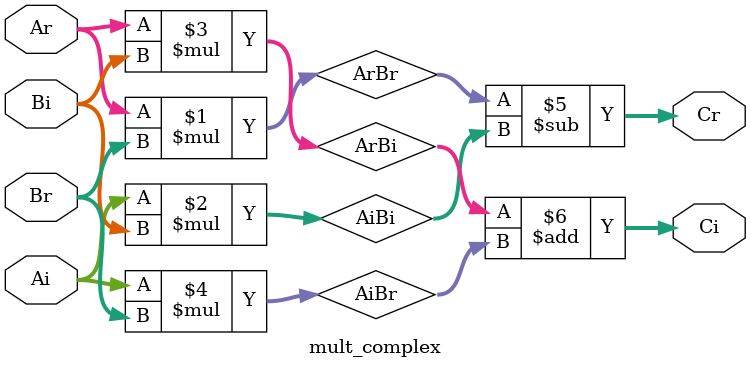
<source format=sv>

module mult_complex #(
    parameter W = 16   // bit-width of real and imaginary parts
)(
    input  wire signed [W-1:0] Ar,
    input  wire signed [W-1:0] Ai,
    input  wire signed [W-1:0] Br,
    input  wire signed [W-1:0] Bi,

    output wire signed [2*W:0] Cr,  // 2*W + 1 bits 
    output wire signed [2*W:0] Ci   // 2*W + 1 bits 
);

    // Intermediate products (2W bits)
    wire signed [2*W-1:0] ArBr = Ar * Br;
    wire signed [2*W-1:0] AiBi = Ai * Bi;
    wire signed [2*W-1:0] ArBi = Ar * Bi;
    wire signed [2*W-1:0] AiBr = Ai * Br;

    // Complex multiplication result
    assign Cr = ArBr - AiBi;
    assign Ci = ArBi + AiBr;

endmodule

</source>
